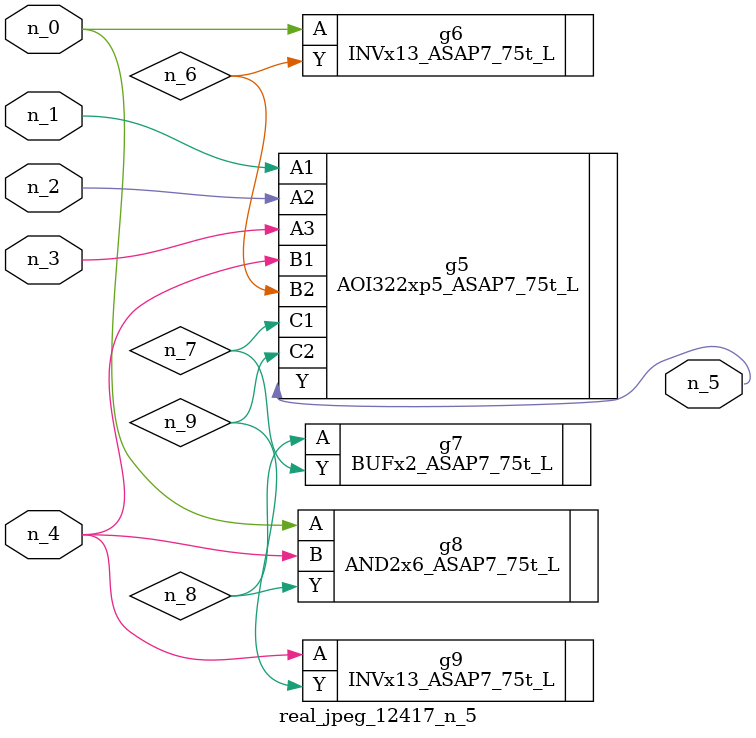
<source format=v>
module real_jpeg_12417_n_5 (n_4, n_0, n_1, n_2, n_3, n_5);

input n_4;
input n_0;
input n_1;
input n_2;
input n_3;

output n_5;

wire n_8;
wire n_6;
wire n_7;
wire n_9;

INVx13_ASAP7_75t_L g6 ( 
.A(n_0),
.Y(n_6)
);

AND2x6_ASAP7_75t_L g8 ( 
.A(n_0),
.B(n_4),
.Y(n_8)
);

AOI322xp5_ASAP7_75t_L g5 ( 
.A1(n_1),
.A2(n_2),
.A3(n_3),
.B1(n_4),
.B2(n_6),
.C1(n_7),
.C2(n_9),
.Y(n_5)
);

INVx13_ASAP7_75t_L g9 ( 
.A(n_4),
.Y(n_9)
);

BUFx2_ASAP7_75t_L g7 ( 
.A(n_8),
.Y(n_7)
);


endmodule
</source>
